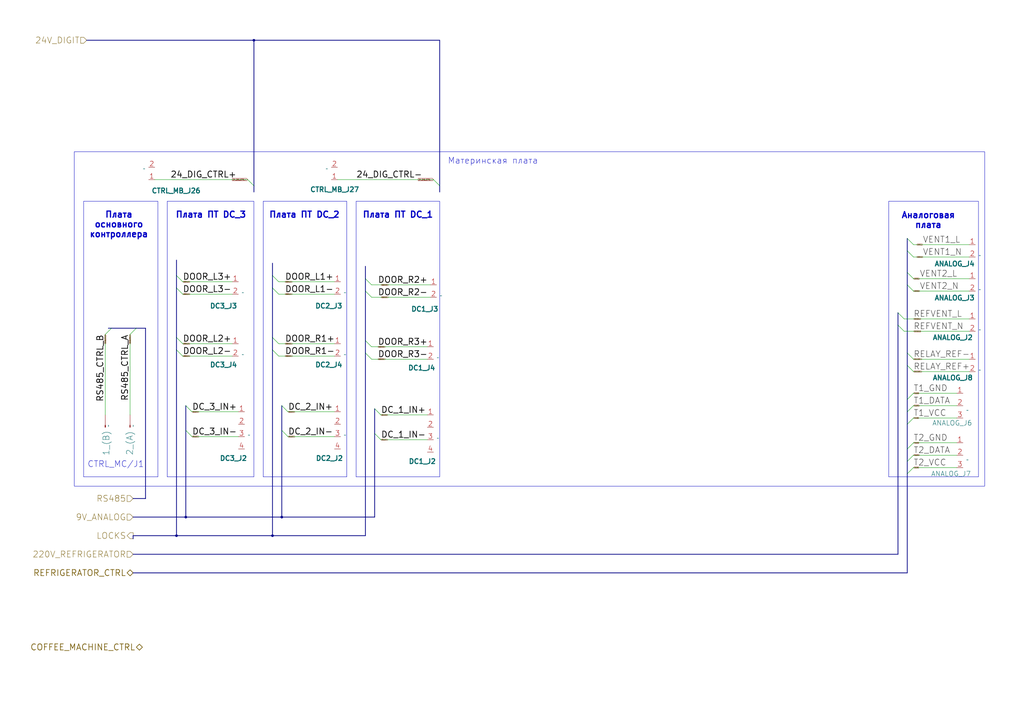
<source format=kicad_sch>
(kicad_sch (version 20250114) (generator "eeschema") (generator_version "9.0")
  (paper "A3")
  (lib_symbols
    (symbol "Conn_01x04_(wide)_2"
      (property "Reference" "J" (at 0 0 0))
      (symbol "Conn_01x04_(wide)_2_1_1"
        (pin input line (at -2.54 -5.08 0) (length 2.54) (name "") (number "1"))
        (pin input line (at -2.54 -10.16 0) (length 2.54) (name "") (number "2"))
        (pin input line (at -2.54 -15.24 0) (length 2.54) (name "") (number "3"))
        (pin input line (at -2.54 -20.32 0) (length 2.54) (name "") (number "4"))
      )
    )
    (symbol "Connector:Conn_01x01_Pin_(WIDE)" (pin_numbers (hide yes)) (pin_names (offset 1.016) (hide yes))
      (property "Reference" "J" (at 0.254 6.604 0))
      (property "Value" "Conn_01x01_Pin_(WIDE)" (at 0 -2.54 0))
      (symbol "Conn_01x01_Pin_(WIDE)_1_1"
        (rectangle (start 0.8636 0.127) (end 0 -0.127) (stroke (width 0.1524)) (fill (type outline)))
        (polyline (pts (xy 1.27 0) (xy 0.8636 0)) (stroke (width 0.1524)))
        (pin passive line (at 5.08 0 180) (length 3.81) (name "Pin_1") (number "1"))
      )
    )
    (symbol "Connector:Conn_01x02_(wide)"
      (property "Reference" "J" (at 0 0 0))
      (symbol "Conn_01x02_(wide)_1_1"
        (pin input line (at -2.54 -5.08 0) (length 2.54) (name "") (number "1"))
        (pin input line (at -2.54 -10.16 0) (length 2.54) (name "") (number "2"))
      )
    )
    (symbol "Connector:Conn_01x03_(wide)"
      (property "Reference" "J" (at 0 0 0))
      (symbol "Conn_01x03_(wide)_1_1"
        (pin input line (at -2.54 -5.08 0) (length 2.54) (name "") (number "1"))
        (pin input line (at -2.54 -10.16 0) (length 2.54) (name "") (number "2"))
        (pin input line (at -2.54 -15.24 0) (length 2.54) (name "") (number "3"))
      )
    )
  )
  (rectangle (start 146.05 82.55) (end 180.34 195.58))
  (rectangle (start 30.48 62.23) (end 403.86 199.39))
  (rectangle (start 107.95 82.55) (end 142.24 195.58))
  (rectangle (start 364.49 82.55) (end 401.32 195.58))
  (rectangle (start 34.29 82.55) (end 64.77 195.58))
  (rectangle (start 68.58 82.55) (end 104.14 195.58))
  (text "Плата ПТ DC_1" (at 148.59 89.662 0) (effects (font (size 2.5 2.5) (thickness 0.5) (bold yes)) (justify left bottom)))
  (text "Материнская плата" (at 202.184 66.04 0) (effects (font (size 2.5 2.5))))
  (text "Плата ПТ DC_2" (at 110.236 89.662 0) (effects (font (size 2.5 2.5) (thickness 0.5) (bold yes)) (justify left bottom)))
  (text "Аналоговая\nплата" (at 380.746 90.424 0) (effects (font (size 2.5 2.5) (thickness 0.5) (bold yes))))
  (text "Плата ПТ DC_3" (at 71.882 89.662 0) (effects (font (size 2.5 2.5) (thickness 0.5) (bold yes)) (justify left bottom)))
  (text "CTRL_MC/J1" (at 47.498 190.5 0) (effects (font (size 2.5 2.5))))
  (text "Плата\nосновного\nконтроллера" (at 48.768 92.202 0) (effects (font (size 2.5 2.5) (thickness 0.5) (bold yes))))
  (junction (at 104.14 16.51))
  (junction (at 111.76 219.71))
  (junction (at 76.2 212.09))
  (junction (at 72.39 219.71))
  (junction (at 115.57 212.09))
  (bus_entry (at 104.14 76.2) (size -2.54 -2.54))
  (bus_entry (at 368.3 128.27) (size 2.54 2.54))
  (bus_entry (at 153.67 167.64) (size 2.54 2.54))
  (bus_entry (at 115.57 176.53) (size 2.54 2.54))
  (bus_entry (at 372.11 116.84) (size 2.54 2.54))
  (bus_entry (at 111.76 118.11) (size 2.54 2.54))
  (bus_entry (at 149.86 114.3) (size 2.54 2.54))
  (bus_entry (at 372.11 163.83) (size 2.54 -2.54))
  (bus_entry (at 372.11 97.79) (size 2.54 2.54))
  (bus_entry (at 372.11 149.86) (size 2.54 2.54))
  (bus_entry (at 111.76 113.03) (size 2.54 2.54))
  (bus_entry (at 72.39 113.03) (size 2.54 2.54))
  (bus_entry (at 372.11 168.91) (size 2.54 -2.54))
  (bus_entry (at 368.3 133.35) (size 2.54 2.54))
  (bus_entry (at 45.72 134.62) (size -2.54 2.54))
  (bus_entry (at 149.86 144.78) (size 2.54 2.54))
  (bus_entry (at 72.39 138.43) (size 2.54 2.54))
  (bus_entry (at 72.39 118.11) (size 2.54 2.54))
  (bus_entry (at 372.11 173.99) (size 2.54 -2.54))
  (bus_entry (at 372.11 194.31) (size 2.54 -2.54))
  (bus_entry (at 149.86 119.38) (size 2.54 2.54))
  (bus_entry (at 372.11 144.78) (size 2.54 2.54))
  (bus_entry (at 180.34 76.2) (size -2.54 -2.54))
  (bus_entry (at 115.57 166.37) (size 2.54 2.54))
  (bus_entry (at 111.76 143.51) (size 2.54 2.54))
  (bus_entry (at 76.2 166.37) (size 2.54 2.54))
  (bus_entry (at 372.11 184.15) (size 2.54 -2.54))
  (bus_entry (at 153.67 177.8) (size 2.54 2.54))
  (bus_entry (at 372.11 102.87) (size 2.54 2.54))
  (bus_entry (at 149.86 139.7) (size 2.54 2.54))
  (bus_entry (at 372.11 111.76) (size 2.54 2.54))
  (bus_entry (at 372.11 189.23) (size 2.54 -2.54))
  (bus_entry (at 55.88 134.62) (size -2.54 2.54))
  (bus_entry (at 111.76 138.43) (size 2.54 2.54))
  (bus_entry (at 76.2 176.53) (size 2.54 2.54))
  (bus_entry (at 72.39 143.51) (size 2.54 2.54))
  (bus (pts (xy 372.11 194.31) (xy 372.11 234.95)))
  (wire (pts (xy 43.18 137.16) (xy 43.18 170.18)))
  (bus (pts (xy 72.39 143.51) (xy 72.39 219.71)))
  (bus (pts (xy 149.86 139.7) (xy 149.86 144.78)))
  (wire (pts (xy 156.21 170.18) (xy 175.26 170.18)))
  (wire (pts (xy 63.5 73.66) (xy 101.6 73.66)))
  (bus (pts (xy 111.76 118.11) (xy 111.76 138.43)))
  (bus (pts (xy 111.76 219.71) (xy 149.86 219.71)))
  (bus (pts (xy 372.11 116.84) (xy 372.11 111.76)))
  (bus (pts (xy 115.57 166.37) (xy 115.57 176.53)))
  (bus (pts (xy 149.86 114.3) (xy 149.86 119.38)))
  (bus (pts (xy 54.61 234.95) (xy 372.11 234.95)))
  (bus (pts (xy 54.61 227.33) (xy 368.3 227.33)))
  (wire (pts (xy 374.65 114.3) (xy 397.51 114.3)))
  (bus (pts (xy 44.45 134.62) (xy 45.72 134.62)))
  (wire (pts (xy 74.93 146.05) (xy 95.25 146.05)))
  (wire (pts (xy 374.65 100.33) (xy 397.51 100.33)))
  (bus (pts (xy 180.34 78.74) (xy 180.34 76.2)))
  (wire (pts (xy 374.65 186.69) (xy 392.43 186.69)))
  (wire (pts (xy 374.65 161.29) (xy 392.43 161.29)))
  (wire (pts (xy 374.65 171.45) (xy 392.43 171.45)))
  (bus (pts (xy 111.76 107.95) (xy 111.76 113.03)))
  (wire (pts (xy 156.21 180.34) (xy 175.26 180.34)))
  (bus (pts (xy 180.34 76.2) (xy 180.34 16.51)))
  (bus (pts (xy 372.11 173.99) (xy 372.11 184.15)))
  (bus (pts (xy 115.57 176.53) (xy 115.57 212.09)))
  (bus (pts (xy 372.11 144.78) (xy 372.11 149.86)))
  (bus (pts (xy 104.14 16.51) (xy 104.14 76.2)))
  (bus (pts (xy 35.56 16.51) (xy 104.14 16.51)))
  (bus (pts (xy 111.76 219.71) (xy 72.39 219.71)))
  (wire (pts (xy 374.65 166.37) (xy 392.43 166.37)))
  (bus (pts (xy 104.14 78.74) (xy 104.14 76.2)))
  (bus (pts (xy 72.39 106.68) (xy 72.39 113.03)))
  (bus (pts (xy 45.72 134.62) (xy 55.88 134.62)))
  (bus (pts (xy 72.39 118.11) (xy 72.39 138.43)))
  (wire (pts (xy 114.3 140.97) (xy 137.16 140.97)))
  (wire (pts (xy 118.11 179.07) (xy 137.16 179.07)))
  (bus (pts (xy 372.11 189.23) (xy 372.11 194.31)))
  (bus (pts (xy 72.39 113.03) (xy 72.39 118.11)))
  (bus (pts (xy 59.69 134.62) (xy 55.88 134.62)))
  (bus (pts (xy 54.61 212.09) (xy 76.2 212.09)))
  (bus (pts (xy 372.11 149.86) (xy 372.11 163.83)))
  (bus (pts (xy 368.3 133.35) (xy 368.3 227.33)))
  (bus (pts (xy 54.61 204.47) (xy 59.69 204.47)))
  (bus (pts (xy 72.39 138.43) (xy 72.39 143.51)))
  (wire (pts (xy 152.4 121.92) (xy 176.53 121.92)))
  (wire (pts (xy 114.3 115.57) (xy 137.16 115.57)))
  (bus (pts (xy 111.76 113.03) (xy 111.76 118.11)))
  (bus (pts (xy 149.86 144.78) (xy 149.86 219.71)))
  (wire (pts (xy 118.11 168.91) (xy 137.16 168.91)))
  (bus (pts (xy 368.3 128.27) (xy 368.3 133.35)))
  (wire (pts (xy 374.65 147.32) (xy 397.51 147.32)))
  (bus (pts (xy 372.11 102.87) (xy 372.11 111.76)))
  (bus (pts (xy 153.67 167.64) (xy 153.67 177.8)))
  (wire (pts (xy 138.43 73.66) (xy 177.8 73.66)))
  (bus (pts (xy 115.57 212.09) (xy 76.2 212.09)))
  (wire (pts (xy 374.65 119.38) (xy 397.51 119.38)))
  (bus (pts (xy 111.76 219.71) (xy 111.76 143.51)))
  (bus (pts (xy 153.67 177.8) (xy 153.67 212.09)))
  (wire (pts (xy 78.74 168.91) (xy 97.79 168.91)))
  (bus (pts (xy 115.57 212.09) (xy 153.67 212.09)))
  (wire (pts (xy 152.4 142.24) (xy 175.26 142.24)))
  (bus (pts (xy 149.86 109.22) (xy 149.86 114.3)))
  (wire (pts (xy 114.3 120.65) (xy 137.16 120.65)))
  (wire (pts (xy 114.3 146.05) (xy 137.16 146.05)))
  (bus (pts (xy 149.86 119.38) (xy 149.86 139.7)))
  (bus (pts (xy 111.76 138.43) (xy 111.76 143.51)))
  (wire (pts (xy 152.4 116.84) (xy 176.53 116.84)))
  (bus (pts (xy 372.11 102.87) (xy 372.11 97.79)))
  (bus (pts (xy 372.11 184.15) (xy 372.11 189.23)))
  (wire (pts (xy 74.93 115.57) (xy 95.25 115.57)))
  (wire (pts (xy 74.93 120.65) (xy 95.25 120.65)))
  (wire (pts (xy 78.74 179.07) (xy 97.79 179.07)))
  (wire (pts (xy 370.84 135.89) (xy 397.51 135.89)))
  (bus (pts (xy 59.69 134.62) (xy 59.69 204.47)))
  (bus (pts (xy 104.14 16.51) (xy 180.34 16.51)))
  (bus (pts (xy 372.11 163.83) (xy 372.11 168.91)))
  (wire (pts (xy 53.34 137.16) (xy 53.34 170.18)))
  (bus (pts (xy 372.11 168.91) (xy 372.11 173.99)))
  (wire (pts (xy 374.65 191.77) (xy 392.43 191.77)))
  (wire (pts (xy 374.65 152.4) (xy 397.51 152.4)))
  (wire (pts (xy 370.84 130.81) (xy 397.51 130.81)))
  (wire (pts (xy 374.65 181.61) (xy 392.43 181.61)))
  (bus (pts (xy 76.2 166.37) (xy 76.2 176.53)))
  (bus (pts (xy 372.11 116.84) (xy 372.11 144.78)))
  (bus (pts (xy 76.2 176.53) (xy 76.2 212.09)))
  (wire (pts (xy 374.65 105.41) (xy 397.51 105.41)))
  (bus (pts (xy 54.61 219.71) (xy 72.39 219.71)))
  (wire (pts (xy 74.93 140.97) (xy 95.25 140.97)))
  (bus (pts (xy 54.61 219.71) (xy 54.61 220.98)))
  (wire (pts (xy 152.4 147.32) (xy 175.26 147.32)))
  (label "DC_1_IN-" (at 156.21 180.34 0) (effects (font (size 2.5 2.5) (thickness 0.3125))))
  (label "DOOR_R1+" (at 116.84 140.97 0) (effects (font (size 2.5 2.5) (thickness 0.3125))))
  (label "DOOR_L1-" (at 116.84 120.65 0) (effects (font (size 2.5 2.5) (thickness 0.3125))))
  (label "DOOR_R2+" (at 154.94 116.84 0) (effects (font (size 2.5 2.5) (thickness 0.3125))))
  (label "DOOR_L3+" (at 74.93 115.57 0) (effects (font (size 2.5 2.5) (thickness 0.3125))))
  (label "T2_DATA" (at 374.65 186.69 0) (effects (font (size 2.5 2.5))))
  (label "24_DIG_CTRL-" (at 146.05 73.66 0) (effects (font (size 2.5 2.5) (thickness 0.3125))))
  (label "T2_VCC" (at 374.65 191.77 0) (effects (font (size 2.5 2.5))))
  (label "DC_2_IN-" (at 118.11 179.07 0) (effects (font (size 2.5 2.5) (thickness 0.3125))))
  (label "REFVENT_L" (at 374.65 130.81 0) (effects (font (size 2.5 2.5))))
  (label "DOOR_L1+" (at 116.84 115.57 0) (effects (font (size 2.5 2.5) (thickness 0.3125))))
  (label "T1_VCC" (at 374.65 171.45 0) (effects (font (size 2.5 2.5))))
  (label "24_DIG_CTRL+" (at 69.85 73.66 0) (effects (font (size 2.5 2.5) (thickness 0.3125))))
  (label "DOOR_R3-" (at 154.94 147.32 0) (effects (font (size 2.5 2.5) (thickness 0.3125))))
  (label "DOOR_L2+" (at 74.93 140.97 0) (effects (font (size 2.5 2.5) (thickness 0.3125))))
  (label "DC_2_IN+" (at 118.11 168.91 0) (effects (font (size 2.5 2.5) (thickness 0.3125))))
  (label "DOOR_R2-" (at 154.94 121.92 0) (effects (font (size 2.5 2.5) (thickness 0.3125))))
  (label "DC_1_IN+" (at 156.21 170.18 0) (effects (font (size 2.5 2.5) (thickness 0.3125))))
  (label "RS485_CTRL_B" (at 43.18 137.16 270) (effects (font (size 2.5 2.5) (thickness 0.3125))))
  (label "DOOR_R1-" (at 116.84 146.05 0) (effects (font (size 2.5 2.5) (thickness 0.3125))))
  (label "DOOR_R3+" (at 154.94 142.24 0) (effects (font (size 2.5 2.5) (thickness 0.3125))))
  (label "RS485_CTRL_A" (at 53.34 137.16 270) (effects (font (size 2.5 2.5) (thickness 0.3125))))
  (label "VENT1_L" (at 378.46 100.33 0) (effects (font (size 2.5 2.5))))
  (label "DOOR_L2-" (at 74.93 146.05 0) (effects (font (size 2.5 2.5) (thickness 0.3125))))
  (label "REFVENT_N" (at 374.65 135.89 0) (effects (font (size 2.5 2.5))))
  (label "RELAY_REF+" (at 374.65 152.4 0) (effects (font (size 2.5 2.5))))
  (label "RELAY_REF-" (at 374.65 147.32 0) (effects (font (size 2.5 2.5))))
  (label "DC_3_IN+" (at 78.74 168.91 0) (effects (font (size 2.5 2.5) (thickness 0.3125))))
  (label "DC_3_IN-" (at 78.74 179.07 0) (effects (font (size 2.5 2.5) (thickness 0.3125))))
  (label "T1_GND" (at 374.65 161.29 0) (effects (font (size 2.5 2.5))))
  (label "T1_DATA" (at 374.65 166.37 0) (effects (font (size 2.5 2.5))))
  (label "T2_GND" (at 374.65 181.61 0) (effects (font (size 2.5 2.5))))
  (label "DOOR_L3-" (at 74.93 120.65 0) (effects (font (size 2.5 2.5) (thickness 0.3125))))
  (label "VENT1_N" (at 378.46 105.41 0) (effects (font (size 2.5 2.5))))
  (label "VENT2_N" (at 377.19 119.38 0) (effects (font (size 2.5 2.5))))
  (label "VENT2_L" (at 377.19 114.3 0) (effects (font (size 2.5 2.5))))
  (global_label "VENT1_L" (shape input) (at 375.92 100.33 0) (effects (font (size 0.3 0.3))) (property "Intersheetrefs" "${INTERSHEET_REFS}" (effects (hide yes))))
  (global_label "RS485_CTRL_A" (shape input) (at 53.34 137.16 270) (effects (font (size 0.3 0.3))) (property "Intersheetrefs" "${INTERSHEET_REFS}" (effects (hide yes))))
  (global_label "VENT1_N" (shape input) (at 375.92 105.41 0) (effects (font (size 0.3 0.3))) (property "Intersheetrefs" "${INTERSHEET_REFS}" (effects (hide yes))))
  (global_label "DC_2_IN+" (shape input) (at 118.11 168.91 0) (effects (font (size 0.3 0.3))) (property "Intersheetrefs" "${INTERSHEET_REFS}" (effects (hide yes))))
  (global_label "DOOR_L2+" (shape input) (at 74.93 140.97 0) (effects (font (size 0.3 0.3))) (property "Intersheetrefs" "${INTERSHEET_REFS}" (effects (hide yes))))
  (global_label "24_DIG_CTRL-" (shape input) (at 177.8 73.66 180) (effects (font (size 0.5 0.5))) (property "Intersheetrefs" "${INTERSHEET_REFS}" (effects (hide yes))))
  (global_label "T1_DATA" (shape input) (at 374.65 166.37 0) (effects (font (size 0.3 0.3))) (property "Intersheetrefs" "${INTERSHEET_REFS}" (effects (hide yes))))
  (global_label "T2_DATA" (shape input) (at 374.65 186.69 0) (effects (font (size 0.3 0.3))) (property "Intersheetrefs" "${INTERSHEET_REFS}" (effects (hide yes))))
  (global_label "DC_3_IN+" (shape input) (at 78.74 168.91 0) (effects (font (size 0.3 0.3))) (property "Intersheetrefs" "${INTERSHEET_REFS}" (effects (hide yes))))
  (global_label "T1_VCC" (shape input) (at 374.65 171.45 0) (effects (font (size 0.3 0.3))) (property "Intersheetrefs" "${INTERSHEET_REFS}" (effects (hide yes))))
  (global_label "DC_3_IN-" (shape input) (at 78.74 179.07 0) (effects (font (size 0.3 0.3))) (property "Intersheetrefs" "${INTERSHEET_REFS}" (effects (hide yes))))
  (global_label "DOOR_R1-" (shape input) (at 116.84 146.05 0) (effects (font (size 0.3 0.3))) (property "Intersheetrefs" "${INTERSHEET_REFS}" (effects (hide yes))))
  (global_label "DOOR_R2+" (shape input) (at 156.21 116.84 0) (effects (font (size 0.3 0.3))) (property "Intersheetrefs" "${INTERSHEET_REFS}" (effects (hide yes))))
  (global_label "DC_2_IN-" (shape input) (at 118.11 179.07 0) (effects (font (size 0.3 0.3))) (property "Intersheetrefs" "${INTERSHEET_REFS}" (effects (hide yes))))
  (global_label "REFVENT_N" (shape input) (at 374.65 135.89 0) (effects (font (size 0.3 0.3))) (property "Intersheetrefs" "${INTERSHEET_REFS}" (effects (hide yes))))
  (global_label "REFVENT_L" (shape input) (at 374.65 130.81 0) (effects (font (size 0.3 0.3))) (property "Intersheetrefs" "${INTERSHEET_REFS}" (effects (hide yes))))
  (global_label "DC_1_IN-" (shape input) (at 156.21 180.34 0) (effects (font (size 0.3 0.3))) (property "Intersheetrefs" "${INTERSHEET_REFS}" (effects (hide yes))))
  (global_label "24_DIG_CTRL+" (shape input) (at 101.6 73.66 180) (effects (font (size 0.5 0.5))) (property "Intersheetrefs" "${INTERSHEET_REFS}" (effects (hide yes))))
  (global_label "VENT2_L" (shape input) (at 374.65 114.3 0) (effects (font (size 0.3 0.3))) (property "Intersheetrefs" "${INTERSHEET_REFS}" (effects (hide yes))))
  (global_label "DOOR_R2-" (shape input) (at 156.21 121.92 0) (effects (font (size 0.3 0.3))) (property "Intersheetrefs" "${INTERSHEET_REFS}" (effects (hide yes))))
  (global_label "VENT2_N" (shape input) (at 374.65 119.38 0) (effects (font (size 0.3 0.3))) (property "Intersheetrefs" "${INTERSHEET_REFS}" (effects (hide yes))))
  (global_label "T2_VCC" (shape input) (at 374.65 191.77 0) (effects (font (size 0.3 0.3))) (property "Intersheetrefs" "${INTERSHEET_REFS}" (effects (hide yes))))
  (global_label "DC_1_IN+" (shape input) (at 156.21 170.18 0) (effects (font (size 0.3 0.3))) (property "Intersheetrefs" "${INTERSHEET_REFS}" (effects (hide yes))))
  (global_label "DOOR_L2-" (shape input) (at 74.93 146.05 0) (effects (font (size 0.3 0.3))) (property "Intersheetrefs" "${INTERSHEET_REFS}" (effects (hide yes))))
  (global_label "DOOR_L1+" (shape input) (at 116.84 115.57 0) (effects (font (size 0.3 0.3))) (property "Intersheetrefs" "${INTERSHEET_REFS}" (effects (hide yes))))
  (global_label "DOOR_R3-" (shape input) (at 154.94 147.32 0) (effects (font (size 0.3 0.3))) (property "Intersheetrefs" "${INTERSHEET_REFS}" (effects (hide yes))))
  (global_label "T2_GND" (shape input) (at 374.65 181.61 0) (effects (font (size 0.3 0.3))) (property "Intersheetrefs" "${INTERSHEET_REFS}" (effects (hide yes))))
  (global_label "T1_GND" (shape input) (at 374.65 161.29 0) (effects (font (size 0.3 0.3))) (property "Intersheetrefs" "${INTERSHEET_REFS}" (effects (hide yes))))
  (global_label "DOOR_L1-" (shape input) (at 116.84 120.65 0) (effects (font (size 0.3 0.3))) (property "Intersheetrefs" "${INTERSHEET_REFS}" (effects (hide yes))))
  (global_label "RELAY_REF-" (shape input) (at 374.65 147.32 0) (effects (font (size 0.3 0.3))) (property "Intersheetrefs" "${INTERSHEET_REFS}" (effects (hide yes))))
  (global_label "DOOR_R3+" (shape input) (at 154.94 142.24 0) (effects (font (size 0.3 0.3))) (property "Intersheetrefs" "${INTERSHEET_REFS}" (effects (hide yes))))
  (global_label "DOOR_L3+" (shape input) (at 74.93 115.57 0) (effects (font (size 0.3 0.3))) (property "Intersheetrefs" "${INTERSHEET_REFS}" (effects (hide yes))))
  (global_label "RELAY_REF+" (shape input) (at 374.65 152.4 0) (effects (font (size 0.3 0.3))) (property "Intersheetrefs" "${INTERSHEET_REFS}" (effects (hide yes))))
  (global_label "DOOR_R1+" (shape input) (at 116.84 140.97 0) (effects (font (size 0.3 0.3))) (property "Intersheetrefs" "${INTERSHEET_REFS}" (effects (hide yes))))
  (global_label "RS485_CTRL_B" (shape input) (at 43.18 137.16 270) (effects (font (size 0.3 0.3))) (property "Intersheetrefs" "${INTERSHEET_REFS}" (effects (hide yes))))
  (global_label "DOOR_L3-" (shape input) (at 74.93 120.65 0) (effects (font (size 0.3 0.3))) (property "Intersheetrefs" "${INTERSHEET_REFS}" (effects (hide yes))))
  (hierarchical_label "LOCKS" (shape output) (at 54.61 219.71 180) (effects (font (size 2.5 2.5))))
  (hierarchical_label "RS485" (shape input) (at 54.61 204.47 180) (effects (font (size 2.5 2.5))))
  (hierarchical_label "220V_REFRIGERATOR" (shape input) (at 54.61 227.33 180) (effects (font (size 2.5 2.5))))
  (hierarchical_label "9V_ANALOG" (shape input) (at 54.61 212.09 180) (effects (font (size 2.5 2.5))))
  (hierarchical_label "COFFEE_MACHINE_CTRL" (shape bidirectional) (at 58.42 265.43 180) (effects (font (size 2.5 2.5) (thickness 0.254) (bold yes))))
  (hierarchical_label "24V_DIGIT" (shape input) (at 35.56 16.51 180) (effects (font (size 2.5 2.5))))
  (hierarchical_label "REFRIGERATOR_CTRL" (shape bidirectional) (at 54.61 234.95 180) (effects (font (size 2.5 2.5) (thickness 0.254) (bold yes))))
  (symbol (lib_id "Connector:Conn_01x02_(wide)") (at 139.7 135.89 0) (unit 1)
    (property "Reference" "DC2_J4" (at 129.032 149.606 0) (effects (font (size 2 2) (thickness 0.4) (bold yes)) (justify left)))
    (property "Value" "~" (at 140.97 145.415 0) (effects (justify left)))
  )
  (symbol (lib_id "Connector:Conn_01x02_(wide)") (at 97.79 110.49 0) (unit 1)
    (property "Reference" "DC3_J3" (at 85.852 125.476 0) (effects (font (size 2 2) (thickness 0.4) (bold yes)) (justify left)))
    (property "Value" "~" (at 99.06 120.015 0) (effects (justify left)))
  )
  (symbol (lib_id "Connector:Conn_01x02_(wide)") (at 135.89 78.74 180) (unit 1)
    (property "Reference" "CTRL_MB_J27" (at 147.574 77.724 0) (effects (font (size 2 2) (thickness 0.4) (bold yes)) (justify left)))
    (property "Value" "~" (at 134.62 69.215 0) (effects (justify left)))
  )
  (symbol (lib_id "Connector:Conn_01x03_(wide)") (at 394.97 176.53 0) (unit 1)
    (property "Reference" "ANALOG_J7" (at 381.762 194.31 0) (effects (font (size 2 2)) (justify left)))
    (property "Value" "~" (at 396.24 188.595 0) (effects (justify left)))
  )
  (symbol (lib_name "Conn_01x04_(wide)_2") (lib_id "Connector:Conn_01x04_(wide)") (at 177.8 165.1 0) (unit 1)
    (property "Reference" "DC1_J2" (at 167.386 189.23 0) (effects (font (size 2 2) (thickness 0.4) (bold yes)) (justify left)))
    (property "Value" "~" (at 179.07 179.705 0) (effects (justify left)))
  )
  (symbol (lib_id "Connector:Conn_01x02_(wide)") (at 179.07 111.76 0) (unit 1)
    (property "Reference" "DC1_J3" (at 168.402 126.746 0) (effects (font (size 2 2) (thickness 0.4) (bold yes)) (justify left)))
    (property "Value" "~" (at 180.34 121.285 0) (effects (justify left)))
  )
  (symbol (lib_id "Connector:Conn_01x02_(wide)") (at 400.05 142.24 0) (unit 1)
    (property "Reference" "ANALOG_J8" (at 382.27 154.94 0) (effects (font (size 2 2) (thickness 0.4) (bold yes)) (justify left)))
    (property "Value" "~" (at 401.32 151.765 0) (effects (justify left)))
  )
  (symbol (lib_id "Connector:Conn_01x02_(wide)") (at 400.05 109.22 0) (unit 1)
    (property "Reference" "ANALOG_J3" (at 383.032 122.174 0) (effects (font (size 2 2) (thickness 0.4) (bold yes)) (justify left)))
    (property "Value" "~" (at 401.32 118.745 0) (effects (justify left)))
  )
  (symbol (lib_id "Connector:Conn_01x01_Pin_(WIDE)") (at 43.18 175.26 90) (unit 1)
    (property "Reference" "1_(B)" (at 43.561 181.737 0) (effects (font (size 2.5 2.5))))
    (property "Value" "~" (at 44.45 174.625 0))
    (property "Description" "Generic connector, single row, 01x01, script generated" (effects (hide yes)))
  )
  (symbol (lib_id "Connector:Conn_01x02_(wide)") (at 60.96 78.74 180) (unit 1)
    (property "Reference" "CTRL_MB_J26" (at 82.55 78.232 0) (effects (font (size 2 2) (thickness 0.4) (bold yes)) (justify left)))
    (property "Value" "~" (at 59.69 69.215 0) (effects (justify left)))
  )
  (symbol (lib_id "Connector:Conn_01x02_(wide)") (at 139.7 110.49 0) (unit 1)
    (property "Reference" "DC2_J3" (at 129.032 125.476 0) (effects (font (size 2 2) (thickness 0.4) (bold yes)) (justify left)))
    (property "Value" "~" (at 140.97 120.015 0) (effects (justify left)))
  )
  (symbol (lib_id "Connector:Conn_01x02_(wide)") (at 97.79 135.89 0) (unit 1)
    (property "Reference" "DC3_J4" (at 85.852 149.606 0) (effects (font (size 2 2) (thickness 0.4) (bold yes)) (justify left)))
    (property "Value" "~" (at 99.06 145.415 0) (effects (justify left)))
  )
  (symbol (lib_name "Conn_01x04_(wide)_2") (lib_id "Connector:Conn_01x04_(wide)") (at 139.7 163.83 0) (unit 1)
    (property "Reference" "DC2_J2" (at 129.286 187.96 0) (effects (font (size 2 2) (thickness 0.4) (bold yes)) (justify left)))
    (property "Value" "~" (at 140.97 178.435 0) (effects (justify left)))
  )
  (symbol (lib_id "Connector:Conn_01x01_Pin_(WIDE)") (at 53.34 175.26 90) (unit 1)
    (property "Reference" "2_(A)" (at 53.213 181.737 0) (effects (font (size 2.5 2.5))))
    (property "Value" "~" (at 54.61 174.625 0))
    (property "Description" "Generic connector, single row, 01x01, script generated" (effects (hide yes)))
  )
  (symbol (lib_id "Connector:Conn_01x03_(wide)") (at 394.97 156.21 0) (unit 1)
    (property "Reference" "ANALOG_J6" (at 382.27 173.482 0) (effects (font (size 2 2)) (justify left)))
    (property "Value" "~" (at 396.24 168.275 0) (effects (justify left)))
  )
  (symbol (lib_id "Connector:Conn_01x02_(wide)") (at 400.05 95.25 0) (unit 1)
    (property "Reference" "ANALOG_J4" (at 383.032 108.204 0) (effects (font (size 2 2) (thickness 0.4) (bold yes)) (justify left)))
    (property "Value" "~" (at 401.32 104.775 0) (effects (justify left)))
  )
  (symbol (lib_id "Connector:Conn_01x02_(wide)") (at 177.8 137.16 0) (unit 1)
    (property "Reference" "DC1_J4" (at 167.132 150.876 0) (effects (font (size 2 2) (thickness 0.4) (bold yes)) (justify left)))
    (property "Value" "~" (at 179.07 146.685 0) (effects (justify left)))
  )
  (symbol (lib_name "Conn_01x04_(wide)_2") (lib_id "Connector:Conn_01x04_(wide)") (at 100.33 163.83 0) (unit 1)
    (property "Reference" "DC3_J2" (at 89.916 187.96 0) (effects (font (size 2 2) (thickness 0.4) (bold yes)) (justify left)))
    (property "Value" "~" (at 101.6 178.435 0) (effects (justify left)))
  )
  (symbol (lib_id "Connector:Conn_01x02_(wide)") (at 400.05 125.73 0) (unit 1)
    (property "Reference" "ANALOG_J2" (at 382.27 138.43 0) (effects (font (size 2 2) (thickness 0.4) (bold yes)) (justify left)))
    (property "Value" "~" (at 401.32 135.255 0) (effects (justify left)))
  )
)
</source>
